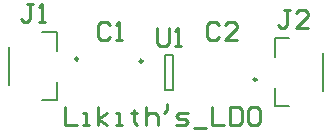
<source format=gto>
G04*
G04 #@! TF.GenerationSoftware,Altium Limited,Altium Designer,25.8.1 (18)*
G04*
G04 Layer_Color=65535*
%FSLAX44Y44*%
%MOMM*%
G71*
G04*
G04 #@! TF.SameCoordinates,FA5FADA6-1B3F-4E13-A965-911E53457B1D*
G04*
G04*
G04 #@! TF.FilePolarity,Positive*
G04*
G01*
G75*
%ADD10C,0.2500*%
%ADD11C,0.2000*%
%ADD12C,0.2540*%
D10*
X79250Y-6250D02*
G03*
X79250Y-6250I-1250J0D01*
G01*
X-71750Y11250D02*
G03*
X-71750Y11250I-1250J0D01*
G01*
X-17250Y9500D02*
G03*
X-17250Y9500I-1250J0D01*
G01*
D11*
X94750Y-28750D02*
X107000D01*
X135250Y-16000D02*
Y16000D01*
X94750Y28750D02*
X107000D01*
X94750Y13000D02*
Y28750D01*
Y-28750D02*
Y-13000D01*
X-102000Y33750D02*
X-89750D01*
X-130250Y-11000D02*
Y21000D01*
X-102000Y-23750D02*
X-89750D01*
Y-8000D01*
Y18000D02*
Y33750D01*
X1500Y-15000D02*
Y15000D01*
Y-15000D02*
X8500D01*
Y15000D01*
X1500D02*
X8500D01*
D12*
X-82523Y-29686D02*
Y-44921D01*
X-72367D01*
X-67288D02*
X-62210D01*
X-64749D01*
Y-34764D01*
X-67288D01*
X-54592Y-44921D02*
Y-29686D01*
Y-39843D02*
X-46975Y-34764D01*
X-54592Y-39843D02*
X-46975Y-44921D01*
X-39357D02*
X-34279D01*
X-36818D01*
Y-34764D01*
X-39357D01*
X-24122Y-32225D02*
Y-34764D01*
X-26661D01*
X-21583D01*
X-24122D01*
Y-42382D01*
X-21583Y-44921D01*
X-13966Y-29686D02*
Y-44921D01*
Y-37303D01*
X-11426Y-34764D01*
X-6348D01*
X-3809Y-37303D01*
Y-44921D01*
X3809Y-27147D02*
Y-32225D01*
X1270Y-34764D01*
X11426Y-44921D02*
X19044D01*
X21583Y-42382D01*
X19044Y-39843D01*
X13966D01*
X11426Y-37303D01*
X13966Y-34764D01*
X21583D01*
X26661Y-47460D02*
X36818D01*
X41896Y-29686D02*
Y-44921D01*
X52053D01*
X57132Y-29686D02*
Y-44921D01*
X64749D01*
X67288Y-42382D01*
Y-32225D01*
X64749Y-29686D01*
X57132D01*
X79984D02*
X74906D01*
X72367Y-32225D01*
Y-42382D01*
X74906Y-44921D01*
X79984D01*
X82523Y-42382D01*
Y-32225D01*
X79984Y-29686D01*
X-5157Y37617D02*
Y24922D01*
X-2618Y22383D01*
X2461D01*
X5000Y24922D01*
Y37617D01*
X10078Y22383D02*
X15157D01*
X12618D01*
Y37617D01*
X10078Y35078D01*
X107461Y52618D02*
X102382D01*
X104922D01*
Y39922D01*
X102382Y37383D01*
X99843D01*
X97304Y39922D01*
X122696Y37383D02*
X112539D01*
X122696Y47539D01*
Y50078D01*
X120157Y52618D01*
X115078D01*
X112539Y50078D01*
X-110000Y57618D02*
X-115078D01*
X-112539D01*
Y44922D01*
X-115078Y42382D01*
X-117618D01*
X-120157Y44922D01*
X-104922Y42382D02*
X-99843D01*
X-102382D01*
Y57618D01*
X-104922Y55078D01*
X47461Y40078D02*
X44922Y42618D01*
X39843D01*
X37304Y40078D01*
Y29922D01*
X39843Y27383D01*
X44922D01*
X47461Y29922D01*
X62696Y27383D02*
X52539D01*
X62696Y37539D01*
Y40078D01*
X60157Y42618D01*
X55078D01*
X52539Y40078D01*
X-45000D02*
X-47539Y42618D01*
X-52618D01*
X-55157Y40078D01*
Y29922D01*
X-52618Y27383D01*
X-47539D01*
X-45000Y29922D01*
X-39922Y27383D02*
X-34843D01*
X-37382D01*
Y42618D01*
X-39922Y40078D01*
M02*

</source>
